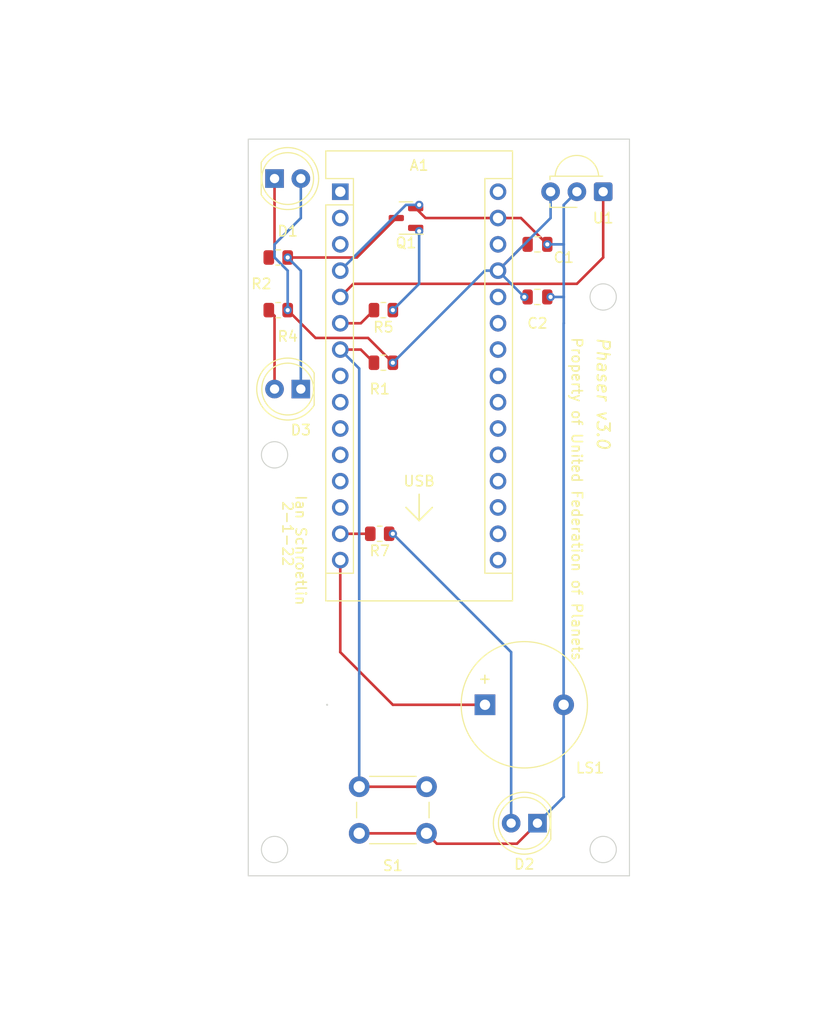
<source format=kicad_pcb>
(kicad_pcb (version 20211014) (generator pcbnew)
  (title_block (title "Laser Tag PCB") (date "1-31-22") (rev "2-1-22") (company "WWU") (comment 1 "Laser Tag PCB Project") (comment 2 "Winter 2022") (comment 3 "EE/CPE CAD Lab ") (comment 4 "Ian Schroetlin"))
  (layers (0 "F.Cu" signal) (31 "B.Cu" signal) (34 "B.Paste" user) (35 "F.Paste" user) (36 "B.SilkS" user "B.Silkscreen") (37 "F.SilkS" user "F.Silkscreen") (38 "B.Mask" user) (39 "F.Mask" user) (44 "Edge.Cuts" user))
  (net 0 "")
  (net 4 "GND")
  (net 5 "Net-(A1-Pad5)")
  (net 6 "Net-(A1-Pad6)")
  (net 7 "Net-(A1-Pad7)")
  (net 14 "Net-(A1-Pad14)")
  (net 15 "Net-(A1-Pad15)")
  (net 27 "+5V")
  (net 30 "Net-(D1-Pad1)")
  (net 31 "Net-(D2-Pad2)")
  (net 32 "Net-(D3-Pad1)")
  (net 33 "Net-(D3-Pad2)")
  (net 34 "Net-(Q1-Pad1)")
  (footprint "Capacitor_SMD:C_0805_2012Metric" (layer "F.Cu") (at 130.81 95.25)
    (fp_text reference "C2" (at 0 2.54) (layer "F.SilkS") (effects (font (thickness 0.153))))
    (fp_text value "1uF")
    (fp_line (start -0.261252 0.735) (end 0.261252 0.735) (layer "F.SilkS") (width 0.12))
    (fp_line (start -0.261252 -0.735) (end 0.261252 -0.735) (layer "F.SilkS") (width 0.12))
    (pad "1" smd roundrect (at -0.95 0) (size 1 1.45) (layers "F.Cu" "F.Paste" "F.Mask") (net 27 "+5V"))
    (pad "2" smd roundrect (at 0.95 0) (size 1 1.45) (layers "F.Cu" "F.Paste" "F.Mask") (net 4 "GND"))
  )
  (footprint "LT_Footprints:SW_PUSH_6mm_H4.3mm_4_pin" (layer "F.Cu") (at 113.59 142.53)
    (fp_text reference "S1" (at 3.25 7.62) (layer "F.SilkS") (effects (font (thickness 0.153))))
    (fp_text value "1825910-6")
    (fp_line (start 1 5.5) (end 5.5 5.5) (layer "F.SilkS") (width 0.12))
    (fp_line (start 5.5 -1) (end 1 -1) (layer "F.SilkS") (width 0.12))
    (fp_line (start -0.25 1.5) (end -0.25 3) (layer "F.SilkS") (width 0.12))
    (fp_line (start 6.75 3) (end 6.75 1.5) (layer "F.SilkS") (width 0.12))
    (pad "1" thru_hole circle (at 0 0 90) (size 2 2) (drill 1.1) (layers *.Cu *.Mask) (net 7 "Net-(A1-Pad7)"))
    (pad "2" thru_hole circle (at 6.5 0 90) (size 2 2) (drill 1.1) (layers *.Cu *.Mask) (net 7 "Net-(A1-Pad7)"))
    (pad "3" thru_hole circle (at 0 4.5 90) (size 2 2) (drill 1.1) (layers *.Cu *.Mask) (net 4 "GND"))
    (pad "4" thru_hole circle (at 6.5 4.5 90) (size 2 2) (drill 1.1) (layers *.Cu *.Mask) (net 4 "GND"))
  )
  (footprint "Resistor_SMD:R_0805_2012Metric" (layer "F.Cu") (at 105.7675 91.44)
    (fp_text reference "R2" (at -1.6275 2.54) (layer "F.SilkS") (effects (font (thickness 0.153))))
    (fp_text value "75")
    (fp_line (start -0.227064 -0.735) (end 0.227064 -0.735) (layer "F.SilkS") (width 0.12))
    (fp_line (start -0.227064 0.735) (end 0.227064 0.735) (layer "F.SilkS") (width 0.12))
    (pad "1" smd roundrect (at -0.9125 0) (size 1.025 1.4) (layers "F.Cu" "F.Paste" "F.Mask") (roundrect_rratio 0.243902439) (net 30 "Net-(D1-Pad1)"))
    (pad "2" smd roundrect (at 0.9125 0) (size 1.025 1.4) (layers "F.Cu" "F.Paste" "F.Mask") (roundrect_rratio 0.243902439) (net 32 "Net-(D3-Pad1)"))
  )
  (footprint "Resistor_SMD:R_0805_2012Metric" (layer "F.Cu") (at 115.9275 101.6 180)
    (fp_text reference "R1" (at 0.3575 -2.54) (layer "F.SilkS") (effects (font (thickness 0.153))))
    (fp_text value "10K")
    (fp_line (start -0.227064 0.735) (end 0.227064 0.735) (layer "F.SilkS") (width 0.12))
    (fp_line (start -0.227064 -0.735) (end 0.227064 -0.735) (layer "F.SilkS") (width 0.12))
    (pad "1" smd roundrect (at -0.9125 0 180) (size 1.025 1.4) (layers "F.Cu" "F.Paste" "F.Mask") (roundrect_rratio 0.243902439) (net 27 "+5V"))
    (pad "2" smd roundrect (at 0.9125 0 180) (size 1.025 1.4) (layers "F.Cu" "F.Paste" "F.Mask") (roundrect_rratio 0.243902439) (net 7 "Net-(A1-Pad7)"))
  )
  (footprint "Package_TO_SOT_SMD:SOT-23" (layer "F.Cu") (at 118.11 87.63 180)
    (fp_text reference "Q1" (at 0 -2.4) (layer "F.SilkS") (effects (font (thickness 0.153))))
    (fp_text value "MMBT2222a")
    (fp_line (start 0 -1.56) (end 0.65 -1.56) (layer "F.SilkS") (width 0.12))
    (fp_line (start 0 1.56) (end 0.65 1.56) (layer "F.SilkS") (width 0.12))
    (fp_line (start 0 1.56) (end -0.65 1.56) (layer "F.SilkS") (width 0.12))
    (fp_line (start 0 -1.56) (end -1.675 -1.56) (layer "F.SilkS") (width 0.12))
    (pad "1" smd roundrect (at -0.9375 -0.95 180) (size 1.475 0.6) (layers "F.Cu" "F.Paste" "F.Mask") (net 34 "Net-(Q1-Pad1)"))
    (pad "2" smd roundrect (at -0.9375 0.95 180) (size 1.475 0.6) (layers "F.Cu" "F.Paste" "F.Mask") (net 4 "GND"))
    (pad "3" smd roundrect (at 0.9375 0 180) (size 1.475 0.6) (layers "F.Cu" "F.Paste" "F.Mask") (net 32 "Net-(D3-Pad1)"))
  )
  (footprint "Module:Arduino_Nano" (layer "F.Cu") (at 111.76 85.09)
    (fp_text reference "A1" (at 7.62 -2.54) (layer "F.SilkS") (effects (font (thickness 0.153))))
    (fp_text value "Arduino_Nano_v3.x")
    (fp_line (start -1.4 39.5) (end 16.64 39.5) (layer "F.SilkS") (width 0.12))
    (fp_line (start 13.97 36.83) (end 16.64 36.83) (layer "F.SilkS") (width 0.12))
    (fp_line (start 1.27 -1.27) (end -1.4 -1.27) (layer "F.SilkS") (width 0.12))
    (fp_line (start -1.4 1.27) (end -1.4 39.5) (layer "F.SilkS") (width 0.12))
    (fp_line (start 16.64 39.5) (end 16.64 -3.94) (layer "F.SilkS") (width 0.12))
    (fp_line (start 13.97 -1.27) (end 13.97 36.83) (layer "F.SilkS") (width 0.12))
    (fp_line (start 16.64 -3.94) (end -1.4 -3.94) (layer "F.SilkS") (width 0.12))
    (fp_line (start 1.27 36.83) (end -1.4 36.83) (layer "F.SilkS") (width 0.12))
    (fp_line (start 1.27 1.27) (end 1.27 36.83) (layer "F.SilkS") (width 0.12))
    (fp_line (start 1.27 1.27) (end -1.4 1.27) (layer "F.SilkS") (width 0.12))
    (fp_line (start -1.4 -3.94) (end -1.4 -1.27) (layer "F.SilkS") (width 0.12))
    (fp_line (start 1.27 1.27) (end 1.27 -1.27) (layer "F.SilkS") (width 0.12))
    (fp_line (start 13.97 -1.27) (end 16.64 -1.27) (layer "F.SilkS") (width 0.12))
    (pad "1" thru_hole rect (at 0 0) (size 1.6 1.6) (drill 1) (layers *.Cu *.Mask))
    (pad "2" thru_hole oval (at 0 2.54) (size 1.6 1.6) (drill 1) (layers *.Cu *.Mask))
    (pad "3" thru_hole oval (at 0 5.08) (size 1.6 1.6) (drill 1) (layers *.Cu *.Mask))
    (pad "4" thru_hole oval (at 0 7.62) (size 1.6 1.6) (drill 1) (layers *.Cu *.Mask) (net 4 "GND"))
    (pad "5" thru_hole oval (at 0 10.16) (size 1.6 1.6) (drill 1) (layers *.Cu *.Mask) (net 5 "Net-(A1-Pad5)"))
    (pad "6" thru_hole oval (at 0 12.7) (size 1.6 1.6) (drill 1) (layers *.Cu *.Mask) (net 6 "Net-(A1-Pad6)"))
    (pad "7" thru_hole oval (at 0 15.24) (size 1.6 1.6) (drill 1) (layers *.Cu *.Mask) (net 7 "Net-(A1-Pad7)"))
    (pad "8" thru_hole oval (at 0 17.78) (size 1.6 1.6) (drill 1) (layers *.Cu *.Mask))
    (pad "9" thru_hole oval (at 0 20.32) (size 1.6 1.6) (drill 1) (layers *.Cu *.Mask))
    (pad "10" thru_hole oval (at 0 22.86) (size 1.6 1.6) (drill 1) (layers *.Cu *.Mask))
    (pad "11" thru_hole oval (at 0 25.4) (size 1.6 1.6) (drill 1) (layers *.Cu *.Mask))
    (pad "12" thru_hole oval (at 0 27.94) (size 1.6 1.6) (drill 1) (layers *.Cu *.Mask))
    (pad "13" thru_hole oval (at 0 30.48) (size 1.6 1.6) (drill 1) (layers *.Cu *.Mask))
    (pad "14" thru_hole oval (at 0 33.02) (size 1.6 1.6) (drill 1) (layers *.Cu *.Mask) (net 14 "Net-(A1-Pad14)"))
    (pad "15" thru_hole oval (at 0 35.56) (size 1.6 1.6) (drill 1) (layers *.Cu *.Mask) (net 15 "Net-(A1-Pad15)"))
    (pad "16" thru_hole oval (at 15.24 35.56) (size 1.6 1.6) (drill 1) (layers *.Cu *.Mask))
    (pad "17" thru_hole oval (at 15.24 33.02) (size 1.6 1.6) (drill 1) (layers *.Cu *.Mask))
    (pad "18" thru_hole oval (at 15.24 30.48) (size 1.6 1.6) (drill 1) (layers *.Cu *.Mask))
    (pad "19" thru_hole oval (at 15.24 27.94) (size 1.6 1.6) (drill 1) (layers *.Cu *.Mask))
    (pad "20" thru_hole oval (at 15.24 25.4) (size 1.6 1.6) (drill 1) (layers *.Cu *.Mask))
    (pad "21" thru_hole oval (at 15.24 22.86) (size 1.6 1.6) (drill 1) (layers *.Cu *.Mask))
    (pad "22" thru_hole oval (at 15.24 20.32) (size 1.6 1.6) (drill 1) (layers *.Cu *.Mask))
    (pad "23" thru_hole oval (at 15.24 17.78) (size 1.6 1.6) (drill 1) (layers *.Cu *.Mask))
    (pad "24" thru_hole oval (at 15.24 15.24) (size 1.6 1.6) (drill 1) (layers *.Cu *.Mask))
    (pad "25" thru_hole oval (at 15.24 12.7) (size 1.6 1.6) (drill 1) (layers *.Cu *.Mask))
    (pad "26" thru_hole oval (at 15.24 10.16) (size 1.6 1.6) (drill 1) (layers *.Cu *.Mask))
    (pad "27" thru_hole oval (at 15.24 7.62) (size 1.6 1.6) (drill 1) (layers *.Cu *.Mask) (net 27 "+5V"))
    (pad "28" thru_hole oval (at 15.24 5.08) (size 1.6 1.6) (drill 1) (layers *.Cu *.Mask))
    (pad "29" thru_hole oval (at 15.24 2.54) (size 1.6 1.6) (drill 1) (layers *.Cu *.Mask) (net 4 "GND"))
    (pad "30" thru_hole oval (at 15.24 0) (size 1.6 1.6) (drill 1) (layers *.Cu *.Mask))
  )
  (footprint "Capacitor_SMD:C_0805_2012Metric" (layer "F.Cu") (at 130.81 90.17)
    (fp_text reference "C1" (at 2.54 1.27) (layer "F.SilkS"))
    (fp_text value "0.1uF")
    (fp_line (start -0.261252 -0.735) (end 0.261252 -0.735) (layer "F.SilkS") (width 0.12))
    (fp_line (start -0.261252 0.735) (end 0.261252 0.735) (layer "F.SilkS") (width 0.12))
    (pad "1" smd roundrect (at -0.95 0) (size 1 1.45) (layers "F.Cu" "F.Paste" "F.Mask") (net 27 "+5V"))
    (pad "2" smd roundrect (at 0.95 0) (size 1 1.45) (layers "F.Cu" "F.Paste" "F.Mask") (net 4 "GND"))
  )
  (footprint "Buzzer_Beeper:Buzzer_12x9.5RM7.6" (layer "F.Cu") (at 125.74 134.62)
    (fp_text reference "LS1" (at 10.15 6.1) (layer "F.SilkS") (effects (font (thickness 0.153))))
    (fp_text value "Speaker_Crystal")
    (fp_text user "+" (at -0.01 -2.54) (layer "F.SilkS"))
    (fp_circle (center 3.8 0) (end 9.9 0) (layer "F.SilkS") (width 0.12) (fill none))
    (pad "1" thru_hole rect (at 0 0) (size 2 2) (drill 1) (layers *.Cu *.Mask) (net 15 "Net-(A1-Pad15)"))
    (pad "2" thru_hole circle (at 7.6 0) (size 2 2) (drill 1) (layers *.Cu *.Mask) (net 4 "GND"))
  )
  (footprint "Resistor_SMD:R_0805_2012Metric" (layer "F.Cu") (at 115.57 118.11 180)
    (fp_text reference "R7" (at 0 -1.65) (layer "F.SilkS"))
    (fp_text value "330")
    (fp_line (start -0.227064 0.735) (end 0.227064 0.735) (layer "F.SilkS") (width 0.12))
    (fp_line (start -0.227064 -0.735) (end 0.227064 -0.735) (layer "F.SilkS") (width 0.12))
    (pad "1" smd roundrect (at -0.9125 0 180) (size 1.025 1.4) (layers "F.Cu" "F.Paste" "F.Mask") (roundrect_rratio 0.243902439) (net 31 "Net-(D2-Pad2)"))
    (pad "2" smd roundrect (at 0.9125 0 180) (size 1.025 1.4) (layers "F.Cu" "F.Paste" "F.Mask") (roundrect_rratio 0.243902439) (net 14 "Net-(A1-Pad14)"))
  )
  (footprint "Resistor_SMD:R_0805_2012Metric" (layer "F.Cu") (at 105.7675 96.52 180)
    (fp_text reference "R4" (at -0.9125 -2.54) (layer "F.SilkS") (effects (font (thickness 0.153))))
    (fp_text value "100")
    (fp_line (start -0.227064 0.735) (end 0.227064 0.735) (layer "F.SilkS") (width 0.12))
    (fp_line (start -0.227064 -0.735) (end 0.227064 -0.735) (layer "F.SilkS") (width 0.12))
    (pad "1" smd roundrect (at -0.9125 0 180) (size 1.025 1.4) (layers "F.Cu" "F.Paste" "F.Mask") (roundrect_rratio 0.243902439) (net 27 "+5V"))
    (pad "2" smd roundrect (at 0.9125 0 180) (size 1.025 1.4) (layers "F.Cu" "F.Paste" "F.Mask") (roundrect_rratio 0.243902439) (net 33 "Net-(D3-Pad2)"))
  )
  (footprint "OptoDevice:Vishay_MINICAST-3Pin" (layer "F.Cu") (at 137.16 85.09 180)
    (fp_text reference "U1" (at 0 -2.54) (layer "F.SilkS") (effects (font (thickness 0.153))))
    (fp_text value "TSSP4P38")
    (fp_line (start 5.14 1.5) (end 0.05 1.5) (layer "F.SilkS") (width 0.12))
    (fp_line (start 5.14 -1.51) (end 2.54 -1.51) (layer "F.SilkS") (width 0.12))
    (fp_line (start 5.14 1.16) (end 5.14 1.5) (layer "F.SilkS") (width 0.12))
    (fp_line (start 5.14 -1.16) (end 5.14 -1.51) (layer "F.SilkS") (width 0.12))
    (fp_arc (start 4.64 1.5) (mid 2.540869 3.502378) (end 0.440083 1.501736) (layer "F.SilkS") (width 0.12))
    (pad "1" thru_hole roundrect (at 0 0 180) (size 1.8 1.8) (drill 0.9) (layers *.Cu *.Mask) (roundrect_rratio 0.139) (net 5 "Net-(A1-Pad5)"))
    (pad "2" thru_hole circle (at 2.54 0 180) (size 1.8 1.8) (drill 0.9) (layers *.Cu *.Mask) (net 4 "GND"))
    (pad "3" thru_hole circle (at 5.08 0 180) (size 1.8 1.8) (drill 0.9) (layers *.Cu *.Mask) (net 27 "+5V"))
  )
  (footprint "LED_THT:LED_D5.0mm" (layer "F.Cu") (at 130.81 146.05 180)
    (fp_text reference "D2" (at 1.27 -3.96) (layer "F.SilkS") (effects (font (thickness 0.153))))
    (fp_text value "LED")
    (fp_line (start -1.29 -1.545) (end -1.29 1.545) (layer "F.SilkS") (width 0.12))
    (fp_arc (start -1.29 -1.54483) (mid 2.072002 -2.880433) (end 4.26 0.000462) (layer "F.SilkS") (width 0.12))
    (fp_arc (start 4.26 -0.000462) (mid 2.072002 2.880433) (end -1.29 1.54483) (layer "F.SilkS") (width 0.12))
    (fp_circle (center 1.27 0) (end 3.77 0) (layer "F.SilkS") (width 0.12) (fill none))
    (pad "1" thru_hole rect (at 0 0 180) (size 1.8 1.8) (drill 0.9) (layers *.Cu *.Mask) (net 4 "GND"))
    (pad "2" thru_hole circle (at 2.54 0 180) (size 1.8 1.8) (drill 0.9) (layers *.Cu *.Mask) (net 31 "Net-(D2-Pad2)"))
  )
  (footprint "Resistor_SMD:R_0805_2012Metric" (layer "F.Cu") (at 115.9275 96.52 180)
    (fp_text reference "R5" (at 0 -1.65) (layer "F.SilkS") (effects (font (thickness 0.153))))
    (fp_text value "430")
    (fp_line (start -0.227064 0.735) (end 0.227064 0.735) (layer "F.SilkS") (width 0.12))
    (fp_line (start -0.227064 -0.735) (end 0.227064 -0.735) (layer "F.SilkS") (width 0.12))
    (pad "1" smd roundrect (at -0.9125 0 180) (size 1.025 1.4) (layers "F.Cu" "F.Paste" "F.Mask") (roundrect_rratio 0.243902439) (net 34 "Net-(Q1-Pad1)"))
    (pad "2" smd roundrect (at 0.9125 0 180) (size 1.025 1.4) (layers "F.Cu" "F.Paste" "F.Mask") (roundrect_rratio 0.243902439) (net 6 "Net-(A1-Pad6)"))
  )
  (footprint "LED_THT:LED_D5.0mm" (layer "F.Cu") (at 107.95 104.14 180)
    (fp_text reference "D3" (at 0 -3.96) (layer "F.SilkS") (effects (font (thickness 0.153))))
    (fp_text value "Muzzle_Flash_LED")
    (fp_line (start -1.29 -1.545) (end -1.29 1.545) (layer "F.SilkS") (width 0.12))
    (fp_arc (start -1.29 -1.54483) (mid 2.072002 -2.880433) (end 4.26 0.000462) (layer "F.SilkS") (width 0.12))
    (fp_arc (start 4.26 -0.000462) (mid 2.072002 2.880433) (end -1.29 1.54483) (layer "F.SilkS") (width 0.12))
    (fp_circle (center 1.27 0) (end 3.77 0) (layer "F.SilkS") (width 0.12) (fill none))
    (pad "1" thru_hole rect (at 0 0 180) (size 1.8 1.8) (drill 0.9) (layers *.Cu *.Mask) (net 32 "Net-(D3-Pad1)"))
    (pad "2" thru_hole circle (at 2.54 0 180) (size 1.8 1.8) (drill 0.9) (layers *.Cu *.Mask) (net 33 "Net-(D3-Pad2)"))
  )
  (footprint "LED_THT:LED_D5.0mm" (layer "F.Cu") (at 105.41 83.82)
    (fp_text reference "D1" (at 1.27 5.08) (layer "F.SilkS") (effects (font (thickness 0.153))))
    (fp_text value "IR1503")
    (fp_line (start -1.29 -1.545) (end -1.29 1.545) (layer "F.SilkS") (width 0.12))
    (fp_arc (start -1.29 -1.54483) (mid 2.072002 -2.880433) (end 4.26 0.000462) (layer "F.SilkS") (width 0.12))
    (fp_arc (start 4.26 -0.000462) (mid 2.072002 2.880433) (end -1.29 1.54483) (layer "F.SilkS") (width 0.12))
    (fp_circle (center 1.27 0) (end 3.77 0) (layer "F.SilkS") (width 0.12) (fill none))
    (pad "1" thru_hole rect (at 0 0) (size 1.8 1.8) (drill 0.9) (layers *.Cu *.Mask) (net 30 "Net-(D1-Pad1)"))
    (pad "2" thru_hole circle (at 2.54 0) (size 1.8 1.8) (drill 0.9) (layers *.Cu *.Mask) (net 27 "+5V"))
  )
  (gr_line (start 119.38 116.84) (end 118.11 115.57) (layer "F.SilkS") (width 0.15))
  (gr_line (start 119.38 114.3) (end 119.38 116.84) (layer "F.SilkS") (width 0.15))
  (gr_line (start 119.38 116.84) (end 120.65 115.57) (layer "F.SilkS") (width 0.15))
  (gr_line (start 102.87 80.01) (end 139.7 80.01) (layer "Edge.Cuts") (width 0.1))
  (gr_circle (center 105.41 148.59) (end 105.41 149.86) (layer "Edge.Cuts") (width 0.1) (fill none))
  (gr_line (start 139.7 80.01) (end 139.7 151.13) (layer "Edge.Cuts") (width 0.1))
  (gr_line (start 139.7 151.13) (end 102.87 151.13) (layer "Edge.Cuts") (width 0.1))
  (gr_circle (center 137.16 95.25) (end 137.16 96.52) (layer "Edge.Cuts") (width 0.1) (fill none))
  (gr_line (start 102.87 151.13) (end 102.87 80.01) (layer "Edge.Cuts") (width 0.1))
  (gr_circle (center 105.41 110.49) (end 105.41 111.76) (layer "Edge.Cuts") (width 0.1) (fill none))
  (gr_circle (center 110.49 134.62) (end 110.49 134.62) (layer "Edge.Cuts") (width 0.1) (fill none))
  (gr_circle (center 137.16 148.59) (end 137.16 149.86) (layer "Edge.Cuts") (width 0.1) (fill none))
  (gr_text "Ian Schroetlin" (at 107.95 114.3 270) (layer "F.SilkS") (effects (font (size 1 1) (thickness 0.153)) (justify left)))
  (gr_text "2-1-22" (at 106.68 118.11 270) (layer "F.SilkS") (effects (font (size 1 1) (thickness 0.153))))
  (gr_text "Property of United Federation of Planets" (at 134.62 99.06 270) (layer "F.SilkS") (effects (font (size 1 1) (thickness 0.153)) (justify left)))
  (gr_text "Phaser v3.0\n" (at 137.16 99.06 270) (layer "F.SilkS") (effects (font (size 1.2 1.2) (thickness 0.18) italic) (justify left)))
  (gr_text "USB" (at 119.38 113.03) (layer "F.SilkS") (effects (font (size 1 1) (thickness 0.153))))
  (segment (start 128.83 148.03) (end 130.81 146.05) (width 0.25) (layer "F.Cu") (net 4))
  (segment (start 129.22 87.63) (end 131.76 90.17) (width 0.25) (layer "F.Cu") (net 4))
  (segment (start 127 87.63) (end 119.9975 87.63) (width 0.25) (layer "F.Cu") (net 4))
  (segment (start 113.59 147.03) (end 120.09 147.03) (width 0.25) (layer "F.Cu") (net 4))
  (segment (start 120.09 147.03) (end 121.09 148.03) (width 0.25) (layer "F.Cu") (net 4))
  (segment (start 121.09 148.03) (end 128.83 148.03) (width 0.25) (layer "F.Cu") (net 4))
  (segment (start 119.9975 87.63) (end 119.0475 86.68) (width 0.25) (layer "F.Cu") (net 4))
  (segment (start 127 87.63) (end 129.22 87.63) (width 0.25) (layer "F.Cu") (net 4))
  (via (at 131.76 90.17) (size 0.8) (drill 0.4) (layers "F.Cu" "B.Cu") (net 4))
  (via (at 119.38 86.36) (size 0.8) (drill 0.4) (layers "F.Cu" "B.Cu") (net 4))
  (via (at 132.08 95.25) (size 0.8) (drill 0.4) (layers "F.Cu" "B.Cu") (net 4))
  (segment (start 114.3 90.17) (end 111.76 92.71) (width 0.25) (layer "B.Cu") (net 4))
  (segment (start 118.11 86.36) (end 119.38 86.36) (width 0.25) (layer "B.Cu") (net 4))
  (segment (start 133.35 143.51) (end 130.81 146.05) (width 0.25) (layer "B.Cu") (net 4))
  (segment (start 133.35 95.25) (end 133.35 90.17) (width 0.25) (layer "B.Cu") (net 4))
  (segment (start 133.34 134.62) (end 133.34 143.5) (width 0.25) (layer "B.Cu") (net 4))
  (segment (start 114.3 90.17) (end 118.11 86.36) (width 0.25) (layer "B.Cu") (net 4))
  (segment (start 131.76 90.17) (end 133.35 90.17) (width 0.25) (layer "B.Cu") (net 4))
  (segment (start 133.35 97.79) (end 133.34 97.8) (width 0.25) (layer "B.Cu") (net 4))
  (segment (start 133.34 97.8) (end 133.34 134.62) (width 0.25) (layer "B.Cu") (net 4))
  (segment (start 133.35 97.79) (end 133.35 95.25) (width 0.25) (layer "B.Cu") (net 4))
  (segment (start 133.35 86.36) (end 134.62 85.09) (width 0.25) (layer "B.Cu") (net 4))
  (segment (start 132.08 95.25) (end 133.35 95.25) (width 0.25) (layer "B.Cu") (net 4))
  (segment (start 133.34 143.5) (end 133.35 143.51) (width 0.25) (layer "B.Cu") (net 4))
  (segment (start 133.35 90.17) (end 133.35 86.36) (width 0.25) (layer "B.Cu") (net 4))
  (segment (start 137.16 91.44) (end 137.16 85.09) (width 0.25) (layer "F.Cu") (net 5))
  (segment (start 134.62 93.98) (end 137.16 91.44) (width 0.25) (layer "F.Cu") (net 5))
  (segment (start 111.76 95.25) (end 113.03 93.98) (width 0.25) (layer "F.Cu") (net 5))
  (segment (start 113.03 93.98) (end 134.62 93.98) (width 0.25) (layer "F.Cu") (net 5))
  (segment (start 113.745 97.79) (end 115.015 96.52) (width 0.25) (layer "F.Cu") (net 6))
  (segment (start 111.76 97.79) (end 113.745 97.79) (width 0.25) (layer "F.Cu") (net 6))
  (segment (start 113.59 142.53) (end 120.09 142.53) (width 0.25) (layer "F.Cu") (net 7))
  (segment (start 113.745 100.33) (end 115.015 101.6) (width 0.25) (layer "F.Cu") (net 7))
  (segment (start 111.76 100.33) (end 113.745 100.33) (width 0.25) (layer "F.Cu") (net 7))
  (segment (start 113.59 102.16) (end 111.76 100.33) (width 0.25) (layer "B.Cu") (net 7))
  (segment (start 113.59 142.53) (end 113.59 102.16) (width 0.25) (layer "B.Cu") (net 7))
  (segment (start 111.76 118.11) (end 114.6575 118.11) (width 0.25) (layer "F.Cu") (net 14))
  (segment (start 111.76 129.54) (end 111.76 120.65) (width 0.25) (layer "F.Cu") (net 15))
  (segment (start 116.84 134.62) (end 111.76 129.54) (width 0.25) (layer "F.Cu") (net 15))
  (segment (start 125.74 134.62) (end 116.84 134.62) (width 0.25) (layer "F.Cu") (net 15))
  (segment (start 106.68 96.52) (end 109.365489 99.205489) (width 0.25) (layer "F.Cu") (net 27))
  (segment (start 109.365489 99.205489) (end 114.445489 99.205489) (width 0.25) (layer "F.Cu") (net 27))
  (segment (start 129.86 90.17) (end 129.54 90.17) (width 0.25) (layer "F.Cu") (net 27))
  (segment (start 114.445489 99.205489) (end 116.84 101.6) (width 0.25) (layer "F.Cu") (net 27))
  (segment (start 129.54 90.49) (end 129.86 90.17) (width 0.25) (layer "F.Cu") (net 27))
  (segment (start 129.54 90.17) (end 127 92.71) (width 0.25) (layer "F.Cu") (net 27))
  (via (at 116.84 101.6) (size 0.8) (drill 0.4) (layers "F.Cu" "B.Cu") (net 27))
  (via (at 129.54 95.25) (size 0.8) (drill 0.4) (layers "F.Cu" "B.Cu") (net 27))
  (via (at 106.68 96.52) (size 0.8) (drill 0.4) (layers "F.Cu" "B.Cu") (net 27))
  (segment (start 106.68 92.71) (end 105.41 91.44) (width 0.25) (layer "B.Cu") (net 27))
  (segment (start 129.54 95.25) (end 127 92.71) (width 0.25) (layer "B.Cu") (net 27))
  (segment (start 106.68 96.52) (end 106.68 92.71) (width 0.25) (layer "B.Cu") (net 27))
  (segment (start 116.84 101.6) (end 125.73 92.71) (width 0.25) (layer "B.Cu") (net 27))
  (segment (start 105.41 90.17) (end 107.95 87.63) (width 0.25) (layer "B.Cu") (net 27))
  (segment (start 132.08 87.63) (end 132.08 85.09) (width 0.25) (layer "B.Cu") (net 27))
  (segment (start 125.73 92.71) (end 127 92.71) (width 0.25) (layer "B.Cu") (net 27))
  (segment (start 107.95 87.63) (end 107.95 83.82) (width 0.25) (layer "B.Cu") (net 27))
  (segment (start 105.41 91.44) (end 105.41 90.17) (width 0.25) (layer "B.Cu") (net 27))
  (segment (start 127 92.71) (end 132.08 87.63) (width 0.25) (layer "B.Cu") (net 27))
  (segment (start 105.41 83.82) (end 105.41 90.885) (width 0.25) (layer "F.Cu") (net 30))
  (segment (start 105.41 90.885) (end 104.855 91.44) (width 0.25) (layer "F.Cu") (net 30))
  (via (at 116.84 118.11) (size 0.8) (drill 0.4) (layers "F.Cu" "B.Cu") (net 31))
  (segment (start 128.27 129.54) (end 116.84 118.11) (width 0.25) (layer "B.Cu") (net 31))
  (segment (start 128.27 146.05) (end 128.27 129.54) (width 0.25) (layer "B.Cu") (net 31))
  (segment (start 113.3625 91.44) (end 117.1725 87.63) (width 0.25) (layer "F.Cu") (net 32))
  (segment (start 106.68 91.44) (end 113.3625 91.44) (width 0.25) (layer "F.Cu") (net 32))
  (via (at 106.68 91.44) (size 0.8) (drill 0.4) (layers "F.Cu" "B.Cu") (net 32))
  (segment (start 107.95 92.71) (end 106.68 91.44) (width 0.25) (layer "B.Cu") (net 32))
  (segment (start 107.95 104.14) (end 107.95 92.71) (width 0.25) (layer "B.Cu") (net 32))
  (segment (start 104.855 96.52) (end 105.41 97.075) (width 0.25) (layer "F.Cu") (net 33))
  (segment (start 105.41 97.075) (end 105.41 104.14) (width 0.25) (layer "F.Cu") (net 33))
  (via (at 119.38 88.9) (size 0.8) (drill 0.4) (layers "F.Cu" "B.Cu") (net 34))
  (via (at 116.84 96.52) (size 0.8) (drill 0.4) (layers "F.Cu" "B.Cu") (net 34))
  (segment (start 116.84 96.52) (end 119.38 93.98) (width 0.25) (layer "B.Cu") (net 34))
  (segment (start 119.38 93.98) (end 119.38 88.9) (width 0.25) (layer "B.Cu") (net 34))
)
</source>
